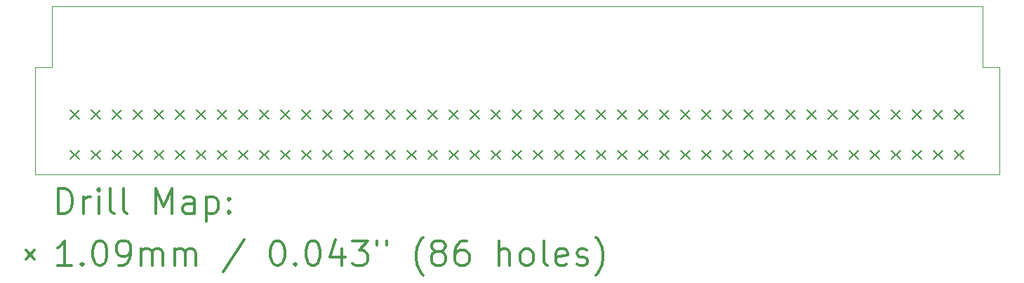
<source format=gbr>
%FSLAX45Y45*%
G04 Gerber Fmt 4.5, Leading zero omitted, Abs format (unit mm)*
G04 Created by KiCad (PCBNEW (5.1.6)-1) date 2022-03-07 17:14:07*
%MOMM*%
%LPD*%
G01*
G04 APERTURE LIST*
%TA.AperFunction,Profile*%
%ADD10C,0.050000*%
%TD*%
%ADD11C,0.200000*%
%ADD12C,0.300000*%
G04 APERTURE END LIST*
D10*
X9550400Y-7112000D02*
X20777200Y-7112000D01*
X9550400Y-7137400D02*
X9550400Y-7112000D01*
X9550400Y-7848600D02*
X9550400Y-7137400D01*
X9347200Y-7848600D02*
X9550400Y-7848600D01*
X9347200Y-9144000D02*
X9347200Y-7848600D01*
X20980400Y-9144000D02*
X9347200Y-9144000D01*
X20980400Y-7848600D02*
X20980400Y-9144000D01*
X20777200Y-7848600D02*
X20980400Y-7848600D01*
X20777200Y-7112000D02*
X20777200Y-7848600D01*
D11*
X9775190Y-8364220D02*
X9884410Y-8473440D01*
X9884410Y-8364220D02*
X9775190Y-8473440D01*
X9775190Y-8849360D02*
X9884410Y-8958580D01*
X9884410Y-8849360D02*
X9775190Y-8958580D01*
X10029190Y-8364220D02*
X10138410Y-8473440D01*
X10138410Y-8364220D02*
X10029190Y-8473440D01*
X10029190Y-8849360D02*
X10138410Y-8958580D01*
X10138410Y-8849360D02*
X10029190Y-8958580D01*
X10283190Y-8364220D02*
X10392410Y-8473440D01*
X10392410Y-8364220D02*
X10283190Y-8473440D01*
X10283190Y-8849360D02*
X10392410Y-8958580D01*
X10392410Y-8849360D02*
X10283190Y-8958580D01*
X10537190Y-8364220D02*
X10646410Y-8473440D01*
X10646410Y-8364220D02*
X10537190Y-8473440D01*
X10537190Y-8849360D02*
X10646410Y-8958580D01*
X10646410Y-8849360D02*
X10537190Y-8958580D01*
X10791190Y-8364220D02*
X10900410Y-8473440D01*
X10900410Y-8364220D02*
X10791190Y-8473440D01*
X10791190Y-8849360D02*
X10900410Y-8958580D01*
X10900410Y-8849360D02*
X10791190Y-8958580D01*
X11045190Y-8364220D02*
X11154410Y-8473440D01*
X11154410Y-8364220D02*
X11045190Y-8473440D01*
X11045190Y-8849360D02*
X11154410Y-8958580D01*
X11154410Y-8849360D02*
X11045190Y-8958580D01*
X11299190Y-8364220D02*
X11408410Y-8473440D01*
X11408410Y-8364220D02*
X11299190Y-8473440D01*
X11299190Y-8849360D02*
X11408410Y-8958580D01*
X11408410Y-8849360D02*
X11299190Y-8958580D01*
X11553190Y-8364220D02*
X11662410Y-8473440D01*
X11662410Y-8364220D02*
X11553190Y-8473440D01*
X11553190Y-8849360D02*
X11662410Y-8958580D01*
X11662410Y-8849360D02*
X11553190Y-8958580D01*
X11807190Y-8364220D02*
X11916410Y-8473440D01*
X11916410Y-8364220D02*
X11807190Y-8473440D01*
X11807190Y-8849360D02*
X11916410Y-8958580D01*
X11916410Y-8849360D02*
X11807190Y-8958580D01*
X12061190Y-8364220D02*
X12170410Y-8473440D01*
X12170410Y-8364220D02*
X12061190Y-8473440D01*
X12061190Y-8849360D02*
X12170410Y-8958580D01*
X12170410Y-8849360D02*
X12061190Y-8958580D01*
X12315190Y-8364220D02*
X12424410Y-8473440D01*
X12424410Y-8364220D02*
X12315190Y-8473440D01*
X12315190Y-8849360D02*
X12424410Y-8958580D01*
X12424410Y-8849360D02*
X12315190Y-8958580D01*
X12569190Y-8364220D02*
X12678410Y-8473440D01*
X12678410Y-8364220D02*
X12569190Y-8473440D01*
X12569190Y-8849360D02*
X12678410Y-8958580D01*
X12678410Y-8849360D02*
X12569190Y-8958580D01*
X12823190Y-8364220D02*
X12932410Y-8473440D01*
X12932410Y-8364220D02*
X12823190Y-8473440D01*
X12823190Y-8849360D02*
X12932410Y-8958580D01*
X12932410Y-8849360D02*
X12823190Y-8958580D01*
X13077190Y-8364220D02*
X13186410Y-8473440D01*
X13186410Y-8364220D02*
X13077190Y-8473440D01*
X13077190Y-8849360D02*
X13186410Y-8958580D01*
X13186410Y-8849360D02*
X13077190Y-8958580D01*
X13331190Y-8364220D02*
X13440410Y-8473440D01*
X13440410Y-8364220D02*
X13331190Y-8473440D01*
X13331190Y-8849360D02*
X13440410Y-8958580D01*
X13440410Y-8849360D02*
X13331190Y-8958580D01*
X13585190Y-8364220D02*
X13694410Y-8473440D01*
X13694410Y-8364220D02*
X13585190Y-8473440D01*
X13585190Y-8849360D02*
X13694410Y-8958580D01*
X13694410Y-8849360D02*
X13585190Y-8958580D01*
X13839190Y-8364220D02*
X13948410Y-8473440D01*
X13948410Y-8364220D02*
X13839190Y-8473440D01*
X13839190Y-8849360D02*
X13948410Y-8958580D01*
X13948410Y-8849360D02*
X13839190Y-8958580D01*
X14093190Y-8364220D02*
X14202410Y-8473440D01*
X14202410Y-8364220D02*
X14093190Y-8473440D01*
X14093190Y-8849360D02*
X14202410Y-8958580D01*
X14202410Y-8849360D02*
X14093190Y-8958580D01*
X14347190Y-8364220D02*
X14456410Y-8473440D01*
X14456410Y-8364220D02*
X14347190Y-8473440D01*
X14347190Y-8849360D02*
X14456410Y-8958580D01*
X14456410Y-8849360D02*
X14347190Y-8958580D01*
X14601190Y-8364220D02*
X14710410Y-8473440D01*
X14710410Y-8364220D02*
X14601190Y-8473440D01*
X14601190Y-8849360D02*
X14710410Y-8958580D01*
X14710410Y-8849360D02*
X14601190Y-8958580D01*
X14855190Y-8364220D02*
X14964410Y-8473440D01*
X14964410Y-8364220D02*
X14855190Y-8473440D01*
X14855190Y-8849360D02*
X14964410Y-8958580D01*
X14964410Y-8849360D02*
X14855190Y-8958580D01*
X15109190Y-8364220D02*
X15218410Y-8473440D01*
X15218410Y-8364220D02*
X15109190Y-8473440D01*
X15109190Y-8849360D02*
X15218410Y-8958580D01*
X15218410Y-8849360D02*
X15109190Y-8958580D01*
X15363190Y-8364220D02*
X15472410Y-8473440D01*
X15472410Y-8364220D02*
X15363190Y-8473440D01*
X15363190Y-8849360D02*
X15472410Y-8958580D01*
X15472410Y-8849360D02*
X15363190Y-8958580D01*
X15617190Y-8364220D02*
X15726410Y-8473440D01*
X15726410Y-8364220D02*
X15617190Y-8473440D01*
X15617190Y-8849360D02*
X15726410Y-8958580D01*
X15726410Y-8849360D02*
X15617190Y-8958580D01*
X15871190Y-8364220D02*
X15980410Y-8473440D01*
X15980410Y-8364220D02*
X15871190Y-8473440D01*
X15871190Y-8849360D02*
X15980410Y-8958580D01*
X15980410Y-8849360D02*
X15871190Y-8958580D01*
X16125190Y-8364220D02*
X16234410Y-8473440D01*
X16234410Y-8364220D02*
X16125190Y-8473440D01*
X16125190Y-8849360D02*
X16234410Y-8958580D01*
X16234410Y-8849360D02*
X16125190Y-8958580D01*
X16379190Y-8364220D02*
X16488410Y-8473440D01*
X16488410Y-8364220D02*
X16379190Y-8473440D01*
X16379190Y-8849360D02*
X16488410Y-8958580D01*
X16488410Y-8849360D02*
X16379190Y-8958580D01*
X16633190Y-8364220D02*
X16742410Y-8473440D01*
X16742410Y-8364220D02*
X16633190Y-8473440D01*
X16633190Y-8849360D02*
X16742410Y-8958580D01*
X16742410Y-8849360D02*
X16633190Y-8958580D01*
X16887190Y-8364220D02*
X16996410Y-8473440D01*
X16996410Y-8364220D02*
X16887190Y-8473440D01*
X16887190Y-8849360D02*
X16996410Y-8958580D01*
X16996410Y-8849360D02*
X16887190Y-8958580D01*
X17141190Y-8364220D02*
X17250410Y-8473440D01*
X17250410Y-8364220D02*
X17141190Y-8473440D01*
X17141190Y-8849360D02*
X17250410Y-8958580D01*
X17250410Y-8849360D02*
X17141190Y-8958580D01*
X17395190Y-8364220D02*
X17504410Y-8473440D01*
X17504410Y-8364220D02*
X17395190Y-8473440D01*
X17395190Y-8849360D02*
X17504410Y-8958580D01*
X17504410Y-8849360D02*
X17395190Y-8958580D01*
X17649190Y-8364220D02*
X17758410Y-8473440D01*
X17758410Y-8364220D02*
X17649190Y-8473440D01*
X17649190Y-8849360D02*
X17758410Y-8958580D01*
X17758410Y-8849360D02*
X17649190Y-8958580D01*
X17903190Y-8364220D02*
X18012410Y-8473440D01*
X18012410Y-8364220D02*
X17903190Y-8473440D01*
X17903190Y-8849360D02*
X18012410Y-8958580D01*
X18012410Y-8849360D02*
X17903190Y-8958580D01*
X18157190Y-8364220D02*
X18266410Y-8473440D01*
X18266410Y-8364220D02*
X18157190Y-8473440D01*
X18157190Y-8849360D02*
X18266410Y-8958580D01*
X18266410Y-8849360D02*
X18157190Y-8958580D01*
X18411190Y-8364220D02*
X18520410Y-8473440D01*
X18520410Y-8364220D02*
X18411190Y-8473440D01*
X18411190Y-8849360D02*
X18520410Y-8958580D01*
X18520410Y-8849360D02*
X18411190Y-8958580D01*
X18665190Y-8364220D02*
X18774410Y-8473440D01*
X18774410Y-8364220D02*
X18665190Y-8473440D01*
X18665190Y-8849360D02*
X18774410Y-8958580D01*
X18774410Y-8849360D02*
X18665190Y-8958580D01*
X18919190Y-8364220D02*
X19028410Y-8473440D01*
X19028410Y-8364220D02*
X18919190Y-8473440D01*
X18919190Y-8849360D02*
X19028410Y-8958580D01*
X19028410Y-8849360D02*
X18919190Y-8958580D01*
X19173190Y-8364220D02*
X19282410Y-8473440D01*
X19282410Y-8364220D02*
X19173190Y-8473440D01*
X19173190Y-8849360D02*
X19282410Y-8958580D01*
X19282410Y-8849360D02*
X19173190Y-8958580D01*
X19427190Y-8364220D02*
X19536410Y-8473440D01*
X19536410Y-8364220D02*
X19427190Y-8473440D01*
X19427190Y-8849360D02*
X19536410Y-8958580D01*
X19536410Y-8849360D02*
X19427190Y-8958580D01*
X19681190Y-8364220D02*
X19790410Y-8473440D01*
X19790410Y-8364220D02*
X19681190Y-8473440D01*
X19681190Y-8849360D02*
X19790410Y-8958580D01*
X19790410Y-8849360D02*
X19681190Y-8958580D01*
X19935190Y-8364220D02*
X20044410Y-8473440D01*
X20044410Y-8364220D02*
X19935190Y-8473440D01*
X19935190Y-8849360D02*
X20044410Y-8958580D01*
X20044410Y-8849360D02*
X19935190Y-8958580D01*
X20189190Y-8364220D02*
X20298410Y-8473440D01*
X20298410Y-8364220D02*
X20189190Y-8473440D01*
X20189190Y-8849360D02*
X20298410Y-8958580D01*
X20298410Y-8849360D02*
X20189190Y-8958580D01*
X20443190Y-8364220D02*
X20552410Y-8473440D01*
X20552410Y-8364220D02*
X20443190Y-8473440D01*
X20443190Y-8849360D02*
X20552410Y-8958580D01*
X20552410Y-8849360D02*
X20443190Y-8958580D01*
D12*
X9631128Y-9612214D02*
X9631128Y-9312214D01*
X9702557Y-9312214D01*
X9745414Y-9326500D01*
X9773986Y-9355072D01*
X9788271Y-9383643D01*
X9802557Y-9440786D01*
X9802557Y-9483643D01*
X9788271Y-9540786D01*
X9773986Y-9569357D01*
X9745414Y-9597929D01*
X9702557Y-9612214D01*
X9631128Y-9612214D01*
X9931128Y-9612214D02*
X9931128Y-9412214D01*
X9931128Y-9469357D02*
X9945414Y-9440786D01*
X9959700Y-9426500D01*
X9988271Y-9412214D01*
X10016843Y-9412214D01*
X10116843Y-9612214D02*
X10116843Y-9412214D01*
X10116843Y-9312214D02*
X10102557Y-9326500D01*
X10116843Y-9340786D01*
X10131128Y-9326500D01*
X10116843Y-9312214D01*
X10116843Y-9340786D01*
X10302557Y-9612214D02*
X10273986Y-9597929D01*
X10259700Y-9569357D01*
X10259700Y-9312214D01*
X10459700Y-9612214D02*
X10431128Y-9597929D01*
X10416843Y-9569357D01*
X10416843Y-9312214D01*
X10802557Y-9612214D02*
X10802557Y-9312214D01*
X10902557Y-9526500D01*
X11002557Y-9312214D01*
X11002557Y-9612214D01*
X11273986Y-9612214D02*
X11273986Y-9455072D01*
X11259700Y-9426500D01*
X11231128Y-9412214D01*
X11173986Y-9412214D01*
X11145414Y-9426500D01*
X11273986Y-9597929D02*
X11245414Y-9612214D01*
X11173986Y-9612214D01*
X11145414Y-9597929D01*
X11131128Y-9569357D01*
X11131128Y-9540786D01*
X11145414Y-9512214D01*
X11173986Y-9497929D01*
X11245414Y-9497929D01*
X11273986Y-9483643D01*
X11416843Y-9412214D02*
X11416843Y-9712214D01*
X11416843Y-9426500D02*
X11445414Y-9412214D01*
X11502557Y-9412214D01*
X11531128Y-9426500D01*
X11545414Y-9440786D01*
X11559700Y-9469357D01*
X11559700Y-9555072D01*
X11545414Y-9583643D01*
X11531128Y-9597929D01*
X11502557Y-9612214D01*
X11445414Y-9612214D01*
X11416843Y-9597929D01*
X11688271Y-9583643D02*
X11702557Y-9597929D01*
X11688271Y-9612214D01*
X11673986Y-9597929D01*
X11688271Y-9583643D01*
X11688271Y-9612214D01*
X11688271Y-9426500D02*
X11702557Y-9440786D01*
X11688271Y-9455072D01*
X11673986Y-9440786D01*
X11688271Y-9426500D01*
X11688271Y-9455072D01*
X9235480Y-10051890D02*
X9344700Y-10161110D01*
X9344700Y-10051890D02*
X9235480Y-10161110D01*
X9788271Y-10242214D02*
X9616843Y-10242214D01*
X9702557Y-10242214D02*
X9702557Y-9942214D01*
X9673986Y-9985072D01*
X9645414Y-10013643D01*
X9616843Y-10027929D01*
X9916843Y-10213643D02*
X9931128Y-10227929D01*
X9916843Y-10242214D01*
X9902557Y-10227929D01*
X9916843Y-10213643D01*
X9916843Y-10242214D01*
X10116843Y-9942214D02*
X10145414Y-9942214D01*
X10173986Y-9956500D01*
X10188271Y-9970786D01*
X10202557Y-9999357D01*
X10216843Y-10056500D01*
X10216843Y-10127929D01*
X10202557Y-10185072D01*
X10188271Y-10213643D01*
X10173986Y-10227929D01*
X10145414Y-10242214D01*
X10116843Y-10242214D01*
X10088271Y-10227929D01*
X10073986Y-10213643D01*
X10059700Y-10185072D01*
X10045414Y-10127929D01*
X10045414Y-10056500D01*
X10059700Y-9999357D01*
X10073986Y-9970786D01*
X10088271Y-9956500D01*
X10116843Y-9942214D01*
X10359700Y-10242214D02*
X10416843Y-10242214D01*
X10445414Y-10227929D01*
X10459700Y-10213643D01*
X10488271Y-10170786D01*
X10502557Y-10113643D01*
X10502557Y-9999357D01*
X10488271Y-9970786D01*
X10473986Y-9956500D01*
X10445414Y-9942214D01*
X10388271Y-9942214D01*
X10359700Y-9956500D01*
X10345414Y-9970786D01*
X10331128Y-9999357D01*
X10331128Y-10070786D01*
X10345414Y-10099357D01*
X10359700Y-10113643D01*
X10388271Y-10127929D01*
X10445414Y-10127929D01*
X10473986Y-10113643D01*
X10488271Y-10099357D01*
X10502557Y-10070786D01*
X10631128Y-10242214D02*
X10631128Y-10042214D01*
X10631128Y-10070786D02*
X10645414Y-10056500D01*
X10673986Y-10042214D01*
X10716843Y-10042214D01*
X10745414Y-10056500D01*
X10759700Y-10085072D01*
X10759700Y-10242214D01*
X10759700Y-10085072D02*
X10773986Y-10056500D01*
X10802557Y-10042214D01*
X10845414Y-10042214D01*
X10873986Y-10056500D01*
X10888271Y-10085072D01*
X10888271Y-10242214D01*
X11031128Y-10242214D02*
X11031128Y-10042214D01*
X11031128Y-10070786D02*
X11045414Y-10056500D01*
X11073986Y-10042214D01*
X11116843Y-10042214D01*
X11145414Y-10056500D01*
X11159700Y-10085072D01*
X11159700Y-10242214D01*
X11159700Y-10085072D02*
X11173986Y-10056500D01*
X11202557Y-10042214D01*
X11245414Y-10042214D01*
X11273986Y-10056500D01*
X11288271Y-10085072D01*
X11288271Y-10242214D01*
X11873986Y-9927929D02*
X11616843Y-10313643D01*
X12259700Y-9942214D02*
X12288271Y-9942214D01*
X12316843Y-9956500D01*
X12331128Y-9970786D01*
X12345414Y-9999357D01*
X12359700Y-10056500D01*
X12359700Y-10127929D01*
X12345414Y-10185072D01*
X12331128Y-10213643D01*
X12316843Y-10227929D01*
X12288271Y-10242214D01*
X12259700Y-10242214D01*
X12231128Y-10227929D01*
X12216843Y-10213643D01*
X12202557Y-10185072D01*
X12188271Y-10127929D01*
X12188271Y-10056500D01*
X12202557Y-9999357D01*
X12216843Y-9970786D01*
X12231128Y-9956500D01*
X12259700Y-9942214D01*
X12488271Y-10213643D02*
X12502557Y-10227929D01*
X12488271Y-10242214D01*
X12473986Y-10227929D01*
X12488271Y-10213643D01*
X12488271Y-10242214D01*
X12688271Y-9942214D02*
X12716843Y-9942214D01*
X12745414Y-9956500D01*
X12759700Y-9970786D01*
X12773986Y-9999357D01*
X12788271Y-10056500D01*
X12788271Y-10127929D01*
X12773986Y-10185072D01*
X12759700Y-10213643D01*
X12745414Y-10227929D01*
X12716843Y-10242214D01*
X12688271Y-10242214D01*
X12659700Y-10227929D01*
X12645414Y-10213643D01*
X12631128Y-10185072D01*
X12616843Y-10127929D01*
X12616843Y-10056500D01*
X12631128Y-9999357D01*
X12645414Y-9970786D01*
X12659700Y-9956500D01*
X12688271Y-9942214D01*
X13045414Y-10042214D02*
X13045414Y-10242214D01*
X12973986Y-9927929D02*
X12902557Y-10142214D01*
X13088271Y-10142214D01*
X13173986Y-9942214D02*
X13359700Y-9942214D01*
X13259700Y-10056500D01*
X13302557Y-10056500D01*
X13331128Y-10070786D01*
X13345414Y-10085072D01*
X13359700Y-10113643D01*
X13359700Y-10185072D01*
X13345414Y-10213643D01*
X13331128Y-10227929D01*
X13302557Y-10242214D01*
X13216843Y-10242214D01*
X13188271Y-10227929D01*
X13173986Y-10213643D01*
X13473986Y-9942214D02*
X13473986Y-9999357D01*
X13588271Y-9942214D02*
X13588271Y-9999357D01*
X14031128Y-10356500D02*
X14016843Y-10342214D01*
X13988271Y-10299357D01*
X13973986Y-10270786D01*
X13959700Y-10227929D01*
X13945414Y-10156500D01*
X13945414Y-10099357D01*
X13959700Y-10027929D01*
X13973986Y-9985072D01*
X13988271Y-9956500D01*
X14016843Y-9913643D01*
X14031128Y-9899357D01*
X14188271Y-10070786D02*
X14159700Y-10056500D01*
X14145414Y-10042214D01*
X14131128Y-10013643D01*
X14131128Y-9999357D01*
X14145414Y-9970786D01*
X14159700Y-9956500D01*
X14188271Y-9942214D01*
X14245414Y-9942214D01*
X14273986Y-9956500D01*
X14288271Y-9970786D01*
X14302557Y-9999357D01*
X14302557Y-10013643D01*
X14288271Y-10042214D01*
X14273986Y-10056500D01*
X14245414Y-10070786D01*
X14188271Y-10070786D01*
X14159700Y-10085072D01*
X14145414Y-10099357D01*
X14131128Y-10127929D01*
X14131128Y-10185072D01*
X14145414Y-10213643D01*
X14159700Y-10227929D01*
X14188271Y-10242214D01*
X14245414Y-10242214D01*
X14273986Y-10227929D01*
X14288271Y-10213643D01*
X14302557Y-10185072D01*
X14302557Y-10127929D01*
X14288271Y-10099357D01*
X14273986Y-10085072D01*
X14245414Y-10070786D01*
X14559700Y-9942214D02*
X14502557Y-9942214D01*
X14473986Y-9956500D01*
X14459700Y-9970786D01*
X14431128Y-10013643D01*
X14416843Y-10070786D01*
X14416843Y-10185072D01*
X14431128Y-10213643D01*
X14445414Y-10227929D01*
X14473986Y-10242214D01*
X14531128Y-10242214D01*
X14559700Y-10227929D01*
X14573986Y-10213643D01*
X14588271Y-10185072D01*
X14588271Y-10113643D01*
X14573986Y-10085072D01*
X14559700Y-10070786D01*
X14531128Y-10056500D01*
X14473986Y-10056500D01*
X14445414Y-10070786D01*
X14431128Y-10085072D01*
X14416843Y-10113643D01*
X14945414Y-10242214D02*
X14945414Y-9942214D01*
X15073986Y-10242214D02*
X15073986Y-10085072D01*
X15059700Y-10056500D01*
X15031128Y-10042214D01*
X14988271Y-10042214D01*
X14959700Y-10056500D01*
X14945414Y-10070786D01*
X15259700Y-10242214D02*
X15231128Y-10227929D01*
X15216843Y-10213643D01*
X15202557Y-10185072D01*
X15202557Y-10099357D01*
X15216843Y-10070786D01*
X15231128Y-10056500D01*
X15259700Y-10042214D01*
X15302557Y-10042214D01*
X15331128Y-10056500D01*
X15345414Y-10070786D01*
X15359700Y-10099357D01*
X15359700Y-10185072D01*
X15345414Y-10213643D01*
X15331128Y-10227929D01*
X15302557Y-10242214D01*
X15259700Y-10242214D01*
X15531128Y-10242214D02*
X15502557Y-10227929D01*
X15488271Y-10199357D01*
X15488271Y-9942214D01*
X15759700Y-10227929D02*
X15731128Y-10242214D01*
X15673986Y-10242214D01*
X15645414Y-10227929D01*
X15631128Y-10199357D01*
X15631128Y-10085072D01*
X15645414Y-10056500D01*
X15673986Y-10042214D01*
X15731128Y-10042214D01*
X15759700Y-10056500D01*
X15773986Y-10085072D01*
X15773986Y-10113643D01*
X15631128Y-10142214D01*
X15888271Y-10227929D02*
X15916843Y-10242214D01*
X15973986Y-10242214D01*
X16002557Y-10227929D01*
X16016843Y-10199357D01*
X16016843Y-10185072D01*
X16002557Y-10156500D01*
X15973986Y-10142214D01*
X15931128Y-10142214D01*
X15902557Y-10127929D01*
X15888271Y-10099357D01*
X15888271Y-10085072D01*
X15902557Y-10056500D01*
X15931128Y-10042214D01*
X15973986Y-10042214D01*
X16002557Y-10056500D01*
X16116843Y-10356500D02*
X16131128Y-10342214D01*
X16159700Y-10299357D01*
X16173986Y-10270786D01*
X16188271Y-10227929D01*
X16202557Y-10156500D01*
X16202557Y-10099357D01*
X16188271Y-10027929D01*
X16173986Y-9985072D01*
X16159700Y-9956500D01*
X16131128Y-9913643D01*
X16116843Y-9899357D01*
M02*

</source>
